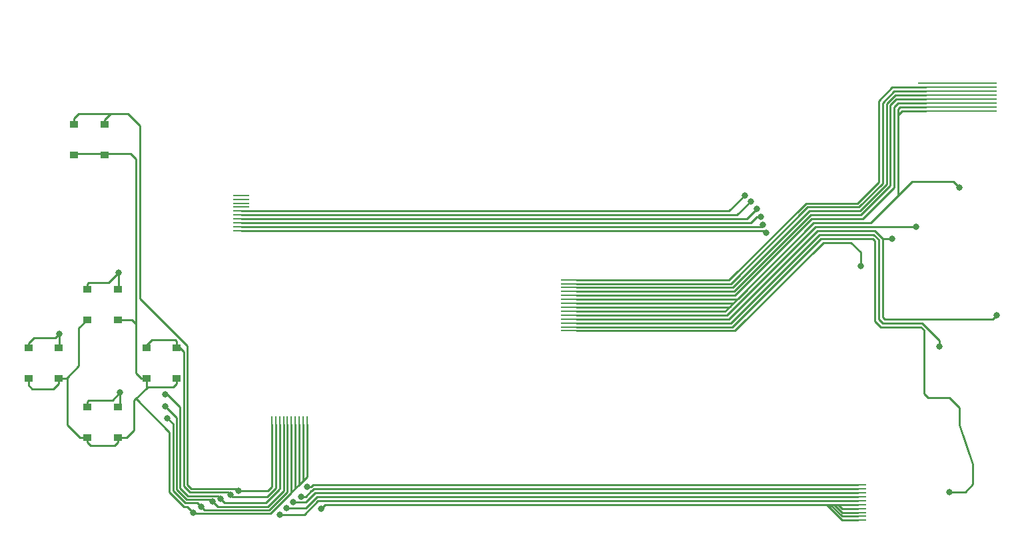
<source format=gbr>
%TF.GenerationSoftware,KiCad,Pcbnew,7.0.5*%
%TF.CreationDate,2023-06-28T16:16:01+01:00*%
%TF.ProjectId,buttonsSuper,62757474-6f6e-4735-9375-7065722e6b69,rev?*%
%TF.SameCoordinates,Original*%
%TF.FileFunction,Copper,L1,Top*%
%TF.FilePolarity,Positive*%
%FSLAX46Y46*%
G04 Gerber Fmt 4.6, Leading zero omitted, Abs format (unit mm)*
G04 Created by KiCad (PCBNEW 7.0.5) date 2023-06-28 16:16:01*
%MOMM*%
%LPD*%
G01*
G04 APERTURE LIST*
G04 Aperture macros list*
%AMFreePoly0*
4,1,5,0.125000,-1.000000,-0.125000,-1.000000,-0.125000,9.000000,0.125000,9.000000,0.125000,-1.000000,0.125000,-1.000000,$1*%
G04 Aperture macros list end*
%TA.AperFunction,SMDPad,CuDef*%
%ADD10R,2.000000X0.250000*%
%TD*%
%TA.AperFunction,SMDPad,CuDef*%
%ADD11R,1.000000X0.900000*%
%TD*%
%TA.AperFunction,SMDPad,CuDef*%
%ADD12FreePoly0,270.000000*%
%TD*%
%TA.AperFunction,SMDPad,CuDef*%
%ADD13R,0.250000X2.000000*%
%TD*%
%TA.AperFunction,SMDPad,CuDef*%
%ADD14R,4.000000X0.250000*%
%TD*%
%TA.AperFunction,ViaPad*%
%ADD15C,0.800000*%
%TD*%
%TA.AperFunction,Conductor*%
%ADD16C,0.250000*%
%TD*%
G04 APERTURE END LIST*
D10*
%TO.P,C2,1,1*%
%TO.N,N/C*%
X179250000Y-137750000D03*
%TO.P,C2,2,2*%
X179250000Y-138250000D03*
%TO.P,C2,3,3*%
X179250000Y-138750000D03*
%TO.P,C2,4,4*%
X179250000Y-139250000D03*
%TO.P,C2,5,5*%
X179250000Y-139750000D03*
%TO.P,C2,6,6*%
X179250000Y-140250000D03*
%TO.P,C2,7,7*%
X179250000Y-140750000D03*
%TO.P,C2,8,8*%
X179250000Y-141250000D03*
%TO.P,C2,9,9*%
X179250000Y-141750000D03*
%TO.P,C2,10,10*%
X179250000Y-142250000D03*
%TD*%
D11*
%TO.P,U3,1,1*%
%TO.N,N/C*%
X81319977Y-112800038D03*
%TO.P,U3,2,2*%
X81319977Y-116700216D03*
%TO.P,U3,3,3*%
X85180023Y-112800038D03*
%TO.P,U3,4,4*%
X85180023Y-116700216D03*
%TD*%
D12*
%TO.P,C2,1,1*%
%TO.N,N/C*%
X187875000Y-86625000D03*
%TO.P,C2,2,2*%
X187875000Y-87125000D03*
%TO.P,C2,3,3*%
X187875000Y-87625000D03*
%TO.P,C2,4,4*%
X187875000Y-88125000D03*
%TO.P,C2,5,5*%
X187875000Y-88625000D03*
%TO.P,C2,6,6*%
X187875000Y-89125000D03*
%TO.P,C2,7,7*%
X187875000Y-89625000D03*
%TO.P,C2,8,8*%
X187875000Y-90125000D03*
%TD*%
D10*
%TO.P,C3,1,1*%
%TO.N,N/C*%
X100875000Y-105375000D03*
%TO.P,C3,2,2*%
X100875000Y-104875000D03*
%TO.P,C3,3,3*%
X100875000Y-104375000D03*
%TO.P,C3,4,4*%
X100875000Y-103875000D03*
%TO.P,C3,5,5*%
X100875000Y-103375000D03*
%TO.P,C3,6,6*%
X100875000Y-102875000D03*
%TO.P,C3,7,7*%
X100875000Y-102375000D03*
%TO.P,C3,8,8*%
X100875000Y-101875000D03*
%TO.P,C3,9,9*%
X100875000Y-101375000D03*
%TO.P,C3,10,10*%
X100875000Y-100875000D03*
%TD*%
D11*
%TO.P,U2,1,1*%
%TO.N,N/C*%
X88819977Y-120300038D03*
%TO.P,U2,2,2*%
X88819977Y-124200216D03*
%TO.P,U2,3,3*%
X92680023Y-120300038D03*
%TO.P,U2,4,4*%
X92680023Y-124200216D03*
%TD*%
%TO.P,U5,1,1*%
%TO.N,N/C*%
X81319977Y-127800038D03*
%TO.P,U5,2,2*%
X81319977Y-131700216D03*
%TO.P,U5,3,3*%
X85180023Y-127800038D03*
%TO.P,U5,4,4*%
X85180023Y-131700216D03*
%TD*%
D13*
%TO.P,C1,1,1*%
%TO.N,N/C*%
X104750000Y-130000000D03*
%TO.P,C1,2,2*%
X105250000Y-130000000D03*
%TO.P,C1,3,3*%
X105750000Y-130000000D03*
%TO.P,C1,4,4*%
X106250000Y-130000000D03*
%TO.P,C1,5,5*%
X106750000Y-130000000D03*
%TO.P,C1,6,6*%
X107250000Y-130000000D03*
%TO.P,C1,7,7*%
X107750000Y-130000000D03*
%TO.P,C1,8,8*%
X108250000Y-130000000D03*
%TO.P,C1,9,9*%
X108750000Y-130000000D03*
%TO.P,C1,10,10*%
X109250000Y-130000000D03*
%TD*%
D14*
%TO.P,C1,1,1*%
%TO.N,N/C*%
X143450000Y-118125253D03*
%TO.P,C1,2,2*%
X143450000Y-117625253D03*
%TO.P,C1,3,3*%
X143450000Y-117125253D03*
%TO.P,C1,4,4*%
X143450000Y-116625253D03*
%TO.P,C1,5,5*%
X143450000Y-116125253D03*
%TO.P,C1,6,6*%
X143450000Y-115625253D03*
%TO.P,C1,7,7*%
X143450000Y-115125253D03*
%TO.P,C1,8,8*%
X143450000Y-114625253D03*
%TO.P,C1,9,9*%
X143450000Y-114125253D03*
%TO.P,C1,10,10*%
X143450000Y-113625253D03*
%TO.P,C1,11,11*%
X143450000Y-113125253D03*
%TO.P,C1,12,12*%
X143450000Y-112625253D03*
%TO.P,C1,13,13*%
X143450000Y-112125253D03*
%TO.P,C1,14,14*%
X143450000Y-111625253D03*
%TD*%
D11*
%TO.P,U1,1,1*%
%TO.N,N/C*%
X79639954Y-91800038D03*
%TO.P,U1,2,2*%
X79639954Y-95700216D03*
%TO.P,U1,3,3*%
X83500000Y-91800038D03*
%TO.P,U1,4,4*%
X83500000Y-95700216D03*
%TD*%
%TO.P,U4,1,1*%
%TO.N,N/C*%
X73819977Y-120300038D03*
%TO.P,U4,2,2*%
X73819977Y-124200216D03*
%TO.P,U4,3,3*%
X77680023Y-120300038D03*
%TO.P,U4,4,4*%
X77680023Y-124200216D03*
%TD*%
D15*
%TO.N,*%
X186625000Y-104875000D03*
X100500000Y-138500000D03*
X106642691Y-140673511D03*
X94750000Y-141250000D03*
X91250000Y-126250000D03*
X166875000Y-103625000D03*
X98250000Y-139500000D03*
X111000000Y-140750000D03*
X85500000Y-126000000D03*
X91500000Y-129250000D03*
X167625000Y-105625000D03*
X77750000Y-118500000D03*
X192125000Y-99875000D03*
X183625000Y-106375000D03*
X166375000Y-102625000D03*
X190875000Y-138625000D03*
X91250000Y-127750000D03*
X108500000Y-139224500D03*
X95750000Y-140500000D03*
X189625000Y-120125000D03*
X167125000Y-104625000D03*
X97250000Y-139873539D03*
X109250000Y-138000000D03*
X85250000Y-110750000D03*
X196875000Y-116125000D03*
X179625000Y-109875000D03*
X164875000Y-100875000D03*
X105750000Y-141500000D03*
X107500000Y-139949011D03*
X165625000Y-101625000D03*
X99500000Y-139000000D03*
%TD*%
D16*
%TO.N,*%
X163624747Y-118125253D02*
X143450000Y-118125253D01*
X181875000Y-99215812D02*
X181875000Y-88875000D01*
X166375000Y-102625000D02*
X165125000Y-103875000D01*
X104750000Y-138000000D02*
X104250000Y-138500000D01*
X184625000Y-89625000D02*
X184375000Y-89875000D01*
X87250000Y-127000000D02*
X87250000Y-130750000D01*
X91750000Y-131000000D02*
X87500000Y-126750000D01*
X110135718Y-138250000D02*
X179250000Y-138250000D01*
X93997600Y-140497600D02*
X93569014Y-140497600D01*
X99199520Y-138699520D02*
X94313802Y-138699520D01*
X93941408Y-139598560D02*
X92651440Y-138308592D01*
X143450000Y-113625253D02*
X163624747Y-113625253D01*
X167625000Y-105625000D02*
X167375000Y-105375000D01*
X94313802Y-138699520D02*
X93550480Y-137936197D01*
X81319977Y-131700216D02*
X81319977Y-132319977D01*
X187875000Y-88625000D02*
X184125000Y-88625000D01*
X95750000Y-140500000D02*
X95298080Y-140048080D01*
X81319977Y-127180023D02*
X81500000Y-127000000D01*
X108214293Y-137714293D02*
X109250000Y-136678585D01*
X143450253Y-112125000D02*
X143450000Y-112125253D01*
X94127604Y-139149039D02*
X97899039Y-139149039D01*
X165625000Y-101625000D02*
X163875000Y-103375000D01*
X143450000Y-111625253D02*
X162874747Y-111625253D01*
X183875000Y-89625000D02*
X184375000Y-89125000D01*
X183875000Y-99875000D02*
X183875000Y-89625000D01*
X94899040Y-141399040D02*
X104622395Y-141399040D01*
X109762307Y-138512307D02*
X109873411Y-138512307D01*
X183852208Y-87625000D02*
X182375000Y-89102208D01*
X189625000Y-119375000D02*
X187375000Y-117125000D01*
X177250000Y-141250000D02*
X176250000Y-140250000D01*
X94750000Y-141250000D02*
X93997600Y-140497600D01*
X174125000Y-105375000D02*
X162874747Y-116625253D01*
X179625000Y-108125000D02*
X178375000Y-106875000D01*
X87500000Y-117250000D02*
X87500000Y-123500000D01*
X87500000Y-126750000D02*
X88819977Y-125430023D01*
X174875000Y-106875000D02*
X163624747Y-118125253D01*
X109250000Y-130000000D02*
X109250000Y-136678585D01*
X182375000Y-117125000D02*
X181875000Y-116625000D01*
X105750000Y-141500000D02*
X108885718Y-141500000D01*
X179215812Y-101875000D02*
X181875000Y-99215812D01*
X84750000Y-132750000D02*
X85180023Y-132319977D01*
X182375000Y-99352208D02*
X179352208Y-102375000D01*
X108750000Y-130000000D02*
X108750000Y-137178586D01*
X163875000Y-103375000D02*
X100875000Y-103375000D01*
X92680023Y-120300038D02*
X92680023Y-119430023D01*
X73819977Y-125069977D02*
X74250000Y-125500000D01*
X84000000Y-112000000D02*
X85250000Y-110750000D01*
X183625000Y-87125000D02*
X187875000Y-87125000D01*
X166375000Y-103625000D02*
X165625000Y-104375000D01*
X162874747Y-115125253D02*
X163000000Y-115000000D01*
X93550480Y-137936197D02*
X93550480Y-120800480D01*
X73819977Y-119680023D02*
X74500000Y-119000000D01*
X85250000Y-110750000D02*
X85250000Y-112730061D01*
X85180023Y-116700216D02*
X86950216Y-116700216D01*
X73920307Y-124099886D02*
X73819977Y-124200216D01*
X162874747Y-111625253D02*
X172625000Y-101875000D01*
X97876461Y-140500000D02*
X97250000Y-139873539D01*
X100250000Y-138250000D02*
X94500000Y-138250000D01*
X83500000Y-91250000D02*
X84250000Y-90500000D01*
X107750000Y-130000000D02*
X107750000Y-138178586D01*
X167375000Y-105375000D02*
X100875000Y-105375000D01*
X77000000Y-125500000D02*
X77680023Y-124819977D01*
X166875000Y-103625000D02*
X166375000Y-103625000D01*
X190875000Y-138625000D02*
X192875000Y-138625000D01*
X105728566Y-138271434D02*
X105699520Y-138300480D01*
X165625000Y-104375000D02*
X100875000Y-104375000D01*
X88819977Y-119930023D02*
X88819977Y-120300038D01*
X81319977Y-112180023D02*
X81500000Y-112000000D01*
X187238604Y-117625000D02*
X187625000Y-118011396D01*
X189625000Y-120125000D02*
X189625000Y-119375000D01*
X96199520Y-140949520D02*
X104436197Y-140949520D01*
X93100960Y-138122395D02*
X93100960Y-127850960D01*
X184375000Y-89125000D02*
X187875000Y-89125000D01*
X81319977Y-132319977D02*
X81750000Y-132750000D01*
X104250000Y-138500000D02*
X100500000Y-138500000D01*
X87500000Y-126750000D02*
X87250000Y-127000000D01*
X78750000Y-124099886D02*
X80250000Y-122599886D01*
X85500000Y-127480061D02*
X85180023Y-127800038D01*
X163261143Y-117625253D02*
X174511396Y-106375000D01*
X182625000Y-116625000D02*
X196375000Y-116625000D01*
X88200216Y-124200216D02*
X88819977Y-124200216D01*
X183988604Y-88125000D02*
X182875000Y-89238604D01*
X187875000Y-87625000D02*
X183852208Y-87625000D01*
X85250000Y-112730061D02*
X85180023Y-112800038D01*
X87250000Y-130750000D02*
X86299784Y-131700216D01*
X163874747Y-114125253D02*
X164000000Y-114000000D01*
X179250000Y-140750000D02*
X177250000Y-140750000D01*
X92651440Y-129151440D02*
X91250000Y-127750000D01*
X80250000Y-117770193D02*
X81319977Y-116700216D01*
X85180023Y-132319977D02*
X85180023Y-131700216D01*
X92201920Y-138494789D02*
X92201920Y-129951920D01*
X183625000Y-106375000D02*
X182375000Y-106375000D01*
X163624747Y-113625253D02*
X173375000Y-103875000D01*
X108885718Y-141500000D02*
X110635718Y-139750000D01*
X106642691Y-140673511D02*
X109076489Y-140673511D01*
X164000000Y-114000000D02*
X173625000Y-104375000D01*
X104622395Y-141399040D02*
X107250000Y-138771435D01*
X78649670Y-124200216D02*
X77680023Y-124200216D01*
X92680023Y-119430023D02*
X92500000Y-119250000D01*
X164875000Y-100875000D02*
X162875000Y-102875000D01*
X105699520Y-138321915D02*
X104021435Y-140000000D01*
X77250000Y-119000000D02*
X77750000Y-118500000D01*
X80350330Y-131700216D02*
X78750000Y-130099886D01*
X173625000Y-104375000D02*
X180875000Y-104375000D01*
X177250000Y-142250000D02*
X175250000Y-140250000D01*
X162874747Y-116625253D02*
X143450000Y-116625253D01*
X86950216Y-116700216D02*
X87500000Y-117250000D01*
X105750000Y-138271434D02*
X105728566Y-138271434D01*
X173375000Y-103875000D02*
X179875000Y-103875000D01*
X163488604Y-113125000D02*
X143450253Y-113125000D01*
X92250000Y-125250000D02*
X89000000Y-125250000D01*
X81750000Y-132750000D02*
X84750000Y-132750000D01*
X77750000Y-118500000D02*
X77750000Y-120230061D01*
X105750000Y-130000000D02*
X105750000Y-138271434D01*
X143450000Y-114125253D02*
X163874747Y-114125253D01*
X179625000Y-109875000D02*
X179625000Y-108125000D01*
X80250000Y-90500000D02*
X79639954Y-91110046D01*
X186125000Y-99125000D02*
X184375000Y-100875000D01*
X143450000Y-115625253D02*
X162374747Y-115625253D01*
X111500000Y-140250000D02*
X175250000Y-140250000D01*
X108500000Y-139224500D02*
X109050114Y-139224500D01*
X93550480Y-120800480D02*
X93050038Y-120300038D01*
X181375000Y-106647792D02*
X181375000Y-116875000D01*
X163374747Y-114625253D02*
X163375000Y-114625000D01*
X143450000Y-114625253D02*
X163374747Y-114625253D01*
X94000000Y-120000000D02*
X88000000Y-114000000D01*
X104135717Y-139250000D02*
X99750000Y-139250000D01*
X179352208Y-102375000D02*
X172875000Y-102375000D01*
X79569977Y-95700216D02*
X79670307Y-95599886D01*
X91750000Y-138678586D02*
X91750000Y-131000000D01*
X182875000Y-99488604D02*
X179488604Y-102875000D01*
X109076489Y-140673511D02*
X110500000Y-139250000D01*
X80350330Y-131700216D02*
X81319977Y-131700216D01*
X184375000Y-89875000D02*
X184375000Y-100875000D01*
X184375000Y-100875000D02*
X180875000Y-104375000D01*
X93569014Y-140497600D02*
X91750000Y-138678586D01*
X179625000Y-103375000D02*
X173238604Y-103375000D01*
X183375000Y-89375000D02*
X183375000Y-99625000D01*
X163351955Y-112625253D02*
X143450000Y-112625253D01*
X174511396Y-106375000D02*
X181102208Y-106375000D01*
X181375000Y-116875000D02*
X182125000Y-117625000D01*
X143450000Y-116125253D02*
X162624747Y-116125253D01*
X182375000Y-106375000D02*
X182375000Y-116375000D01*
X181238604Y-105875000D02*
X174375000Y-105875000D01*
X105699520Y-138300480D02*
X105699520Y-138321915D01*
X166875000Y-104875000D02*
X100875000Y-104875000D01*
X109750000Y-138000000D02*
X110000000Y-137750000D01*
X89500000Y-119250000D02*
X88819977Y-119930023D01*
X173238604Y-103375000D02*
X163488604Y-113125000D01*
X108250000Y-130000000D02*
X108250000Y-137678586D01*
X85180023Y-127800038D02*
X84980061Y-128000000D01*
X89000000Y-125250000D02*
X88819977Y-125430023D01*
X181375000Y-105375000D02*
X174125000Y-105375000D01*
X104436197Y-140949520D02*
X106750000Y-138635718D01*
X81500000Y-112000000D02*
X84000000Y-112000000D01*
X109873411Y-138512307D02*
X110135718Y-138250000D01*
X105250000Y-138135717D02*
X104135717Y-139250000D01*
X173102208Y-102875000D02*
X163351955Y-112625253D01*
X93755211Y-140048080D02*
X92201920Y-138494789D01*
X92651440Y-138308592D02*
X92651440Y-129151440D01*
X163375000Y-114625000D02*
X164000000Y-114000000D01*
X162624747Y-116125253D02*
X173875000Y-104875000D01*
X99750000Y-139250000D02*
X99500000Y-139000000D01*
X79670307Y-95599886D02*
X86849886Y-95599886D01*
X81319977Y-127800038D02*
X81319977Y-127180023D01*
X79639954Y-91110046D02*
X79639954Y-91800038D01*
X77680023Y-124819977D02*
X77680023Y-124200216D01*
X78750000Y-124099886D02*
X78649670Y-124200216D01*
X143450000Y-117625253D02*
X163261143Y-117625253D01*
X181875000Y-116625000D02*
X181875000Y-106511396D01*
X163125000Y-112125000D02*
X143450253Y-112125000D01*
X176750000Y-140250000D02*
X176250000Y-140250000D01*
X84250000Y-90500000D02*
X80250000Y-90500000D01*
X109050114Y-139224500D02*
X109762307Y-138512307D01*
X97899039Y-139149039D02*
X98250000Y-139500000D01*
X187875000Y-89625000D02*
X184625000Y-89625000D01*
X83500000Y-91800038D02*
X83500000Y-91250000D01*
X173875000Y-104875000D02*
X186625000Y-104875000D01*
X187375000Y-117125000D02*
X182375000Y-117125000D01*
X190875000Y-126625000D02*
X192125000Y-127875000D01*
X110635718Y-139750000D02*
X179250000Y-139750000D01*
X143450000Y-115125253D02*
X162874747Y-115125253D01*
X193875000Y-135125000D02*
X193875000Y-137625000D01*
X187875000Y-88125000D02*
X183988604Y-88125000D01*
X172875000Y-102375000D02*
X163125000Y-112125000D01*
X162875000Y-102875000D02*
X100875000Y-102875000D01*
X92680023Y-124200216D02*
X92680023Y-124819977D01*
X182375000Y-106375000D02*
X181375000Y-105375000D01*
X73819977Y-124200216D02*
X73819977Y-125069977D01*
X179250000Y-140250000D02*
X176750000Y-140250000D01*
X176250000Y-140250000D02*
X175750000Y-140250000D01*
X192125000Y-130125000D02*
X193875000Y-135125000D01*
X184875000Y-90125000D02*
X184375000Y-90625000D01*
X92680023Y-124819977D02*
X92250000Y-125250000D01*
X179250000Y-141750000D02*
X177250000Y-141750000D01*
X192125000Y-99875000D02*
X191375000Y-99125000D01*
X94000000Y-137750000D02*
X94000000Y-120000000D01*
X87500000Y-96250000D02*
X87500000Y-117250000D01*
X182375000Y-116375000D02*
X182625000Y-116625000D01*
X182875000Y-89238604D02*
X182875000Y-99488604D01*
X183375000Y-99625000D02*
X179625000Y-103375000D01*
X174375000Y-105875000D02*
X163124747Y-117125253D01*
X107250000Y-138500000D02*
X107339293Y-138589293D01*
X88000000Y-114000000D02*
X88000000Y-92000000D01*
X179488604Y-102875000D02*
X173102208Y-102875000D01*
X74500000Y-119000000D02*
X77250000Y-119000000D01*
X182375000Y-89102208D02*
X182375000Y-99352208D01*
X95750000Y-140500000D02*
X96199520Y-140949520D01*
X104250000Y-140500000D02*
X97876461Y-140500000D01*
X181875000Y-106511396D02*
X181238604Y-105875000D01*
X106250000Y-138500000D02*
X104250000Y-140500000D01*
X88000000Y-92000000D02*
X86500000Y-90500000D01*
X97250000Y-139873539D02*
X96975021Y-139598560D01*
X187625000Y-118011396D02*
X187625000Y-126125000D01*
X84500000Y-127000000D02*
X85500000Y-126000000D01*
X104750000Y-130000000D02*
X104750000Y-138000000D01*
X85500000Y-126000000D02*
X85500000Y-127480061D01*
X167125000Y-104625000D02*
X166875000Y-104875000D01*
X81519939Y-128000000D02*
X81319977Y-127800038D01*
X106250000Y-130000000D02*
X106250000Y-138500000D01*
X191375000Y-99125000D02*
X186125000Y-99125000D01*
X92500000Y-119250000D02*
X89500000Y-119250000D01*
X106750000Y-138635718D02*
X106750000Y-130000000D01*
X78750000Y-130099886D02*
X78750000Y-124099886D01*
X94500000Y-138250000D02*
X94000000Y-137750000D01*
X94127604Y-139149039D02*
X93100960Y-138122395D01*
X74250000Y-125500000D02*
X77000000Y-125500000D01*
X172625000Y-101875000D02*
X179215812Y-101875000D01*
X163000000Y-115000000D02*
X163375000Y-114625000D01*
X196375000Y-116625000D02*
X196875000Y-116125000D01*
X81319977Y-112800038D02*
X81319977Y-112180023D01*
X94750000Y-141250000D02*
X94899040Y-141399040D01*
X163124747Y-117125253D02*
X143450000Y-117125253D01*
X73819977Y-120300038D02*
X73819977Y-119680023D01*
X86500000Y-90500000D02*
X84250000Y-90500000D01*
X93100960Y-127850960D02*
X91500000Y-126250000D01*
X179875000Y-103875000D02*
X183875000Y-99875000D01*
X107250000Y-138771435D02*
X107250000Y-138500000D01*
X107250000Y-130000000D02*
X107250000Y-138500000D01*
X182125000Y-117625000D02*
X187238604Y-117625000D01*
X104021435Y-140000000D02*
X98750000Y-140000000D01*
X177250000Y-141750000D02*
X175750000Y-140250000D01*
X178375000Y-106875000D02*
X174875000Y-106875000D01*
X143450253Y-113125000D02*
X143450000Y-113125253D01*
X77750000Y-120230061D02*
X77680023Y-120300038D01*
X187625000Y-126125000D02*
X188125000Y-126625000D01*
X165125000Y-103875000D02*
X100875000Y-103875000D01*
X96975021Y-139598560D02*
X93941408Y-139598560D01*
X107339293Y-138589293D02*
X108214293Y-137714293D01*
X86849886Y-95599886D02*
X87500000Y-96250000D01*
X179250000Y-142250000D02*
X177250000Y-142250000D01*
X95298080Y-140048080D02*
X93755211Y-140048080D01*
X193875000Y-137625000D02*
X192875000Y-138625000D01*
X188125000Y-126625000D02*
X190875000Y-126625000D01*
X105250000Y-130000000D02*
X105250000Y-138135717D01*
X179250000Y-138750000D02*
X110271436Y-138750000D01*
X88819977Y-125430023D02*
X88819977Y-124200216D01*
X192125000Y-127875000D02*
X192125000Y-130125000D01*
X162374747Y-115625253D02*
X163000000Y-115000000D01*
X92201920Y-129951920D02*
X91500000Y-129250000D01*
X187875000Y-90125000D02*
X184875000Y-90125000D01*
X99500000Y-139000000D02*
X99199520Y-138699520D01*
X87500000Y-123500000D02*
X88200216Y-124200216D01*
X110500000Y-139250000D02*
X179250000Y-139250000D01*
X80250000Y-122599886D02*
X80250000Y-117770193D01*
X110000000Y-137750000D02*
X179250000Y-137750000D01*
X181875000Y-88875000D02*
X183625000Y-87125000D01*
X100500000Y-138500000D02*
X100250000Y-138250000D01*
X181102208Y-106375000D02*
X181375000Y-106647792D01*
X109250000Y-138000000D02*
X109750000Y-138000000D01*
X109072425Y-139949011D02*
X107500000Y-139949011D01*
X93050038Y-120300038D02*
X92680023Y-120300038D01*
X177250000Y-140750000D02*
X176750000Y-140250000D01*
X98750000Y-140000000D02*
X98250000Y-139500000D01*
X175750000Y-140250000D02*
X175250000Y-140250000D01*
X110271436Y-138750000D02*
X109072425Y-139949011D01*
X86299784Y-131700216D02*
X85180023Y-131700216D01*
X81500000Y-127000000D02*
X84500000Y-127000000D01*
X179250000Y-141250000D02*
X177250000Y-141250000D01*
X184125000Y-88625000D02*
X183375000Y-89375000D01*
X111500000Y-140250000D02*
X111000000Y-140750000D01*
X91500000Y-126250000D02*
X91250000Y-126250000D01*
%TD*%
M02*

</source>
